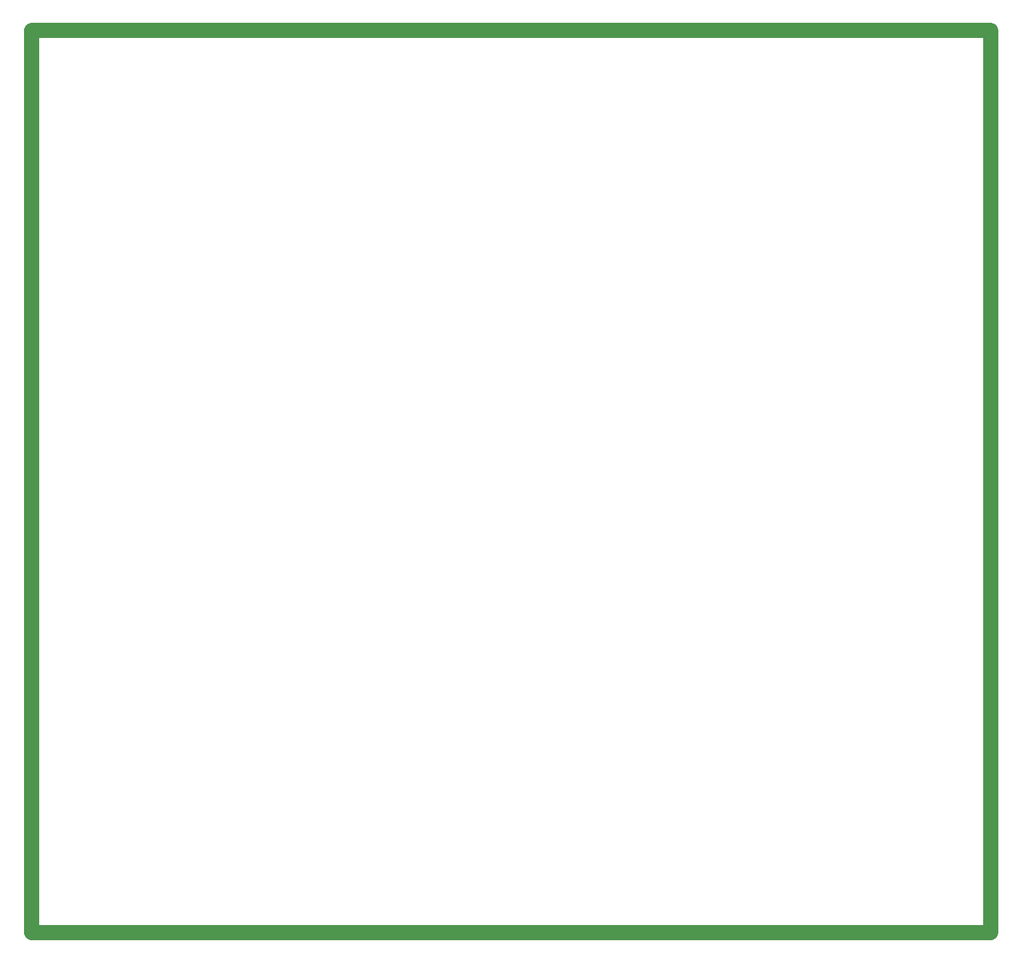
<source format=gbr>
%TF.GenerationSoftware,Altium Limited,Altium Designer,21.6.4 (81)*%
G04 Layer_Color=16711935*
%FSLAX45Y45*%
%MOMM*%
%TF.SameCoordinates,70D3979D-B5F9-41FC-A6F4-C74AF17E61BC*%
%TF.FilePolarity,Positive*%
%TF.FileFunction,Keep-out,Top*%
%TF.Part,Single*%
G01*
G75*
%TA.AperFunction,NonConductor*%
%ADD71C,2.00000*%
D71*
X12744450Y12072620D02*
X12744451Y0D01*
X-100000Y12072619D02*
X12744450Y12072620D01*
X-100000Y0D02*
X12744451D01*
X-100000D02*
Y12072620D01*
%TF.MD5,f4139b827dccb9a8f771a75b73ab3759*%
M02*

</source>
